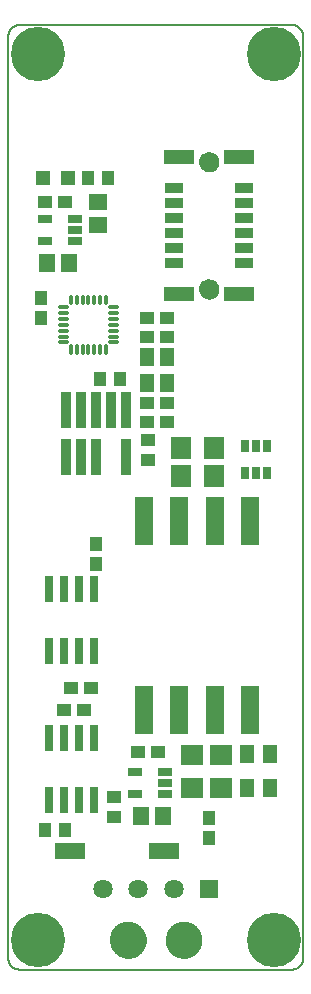
<source format=gts>
G75*
%MOIN*%
%OFA0B0*%
%FSLAX25Y25*%
%IPPOS*%
%LPD*%
%AMOC8*
5,1,8,0,0,1.08239X$1,22.5*
%
%ADD10C,0.00500*%
%ADD11C,0.18117*%
%ADD12C,0.00000*%
%ADD13C,0.06699*%
%ADD14R,0.06306X0.03550*%
%ADD15R,0.10243X0.05124*%
%ADD16R,0.06424X0.06424*%
%ADD17C,0.06424*%
%ADD18C,0.12211*%
%ADD19C,0.01384*%
%ADD20R,0.04731X0.04337*%
%ADD21R,0.05518X0.06306*%
%ADD22R,0.04337X0.04731*%
%ADD23R,0.05124X0.02565*%
%ADD24R,0.06306X0.05518*%
%ADD25R,0.03550X0.12211*%
%ADD26R,0.05124X0.05912*%
%ADD27R,0.06306X0.16148*%
%ADD28R,0.02762X0.09061*%
%ADD29R,0.07487X0.06699*%
%ADD30R,0.05124X0.06306*%
%ADD31R,0.06699X0.07487*%
%ADD32R,0.02762X0.03943*%
%ADD33R,0.05124X0.05124*%
%ADD34R,0.10400X0.05400*%
D10*
X0005000Y0013705D02*
X0005000Y0320791D01*
X0005002Y0320915D01*
X0005008Y0321038D01*
X0005017Y0321162D01*
X0005031Y0321284D01*
X0005048Y0321407D01*
X0005070Y0321529D01*
X0005095Y0321650D01*
X0005124Y0321770D01*
X0005156Y0321889D01*
X0005193Y0322008D01*
X0005233Y0322125D01*
X0005276Y0322240D01*
X0005324Y0322355D01*
X0005375Y0322467D01*
X0005429Y0322578D01*
X0005487Y0322688D01*
X0005548Y0322795D01*
X0005613Y0322901D01*
X0005681Y0323004D01*
X0005752Y0323105D01*
X0005826Y0323204D01*
X0005903Y0323301D01*
X0005984Y0323395D01*
X0006067Y0323486D01*
X0006153Y0323575D01*
X0006242Y0323661D01*
X0006333Y0323744D01*
X0006427Y0323825D01*
X0006524Y0323902D01*
X0006623Y0323976D01*
X0006724Y0324047D01*
X0006827Y0324115D01*
X0006933Y0324180D01*
X0007040Y0324241D01*
X0007150Y0324299D01*
X0007261Y0324353D01*
X0007373Y0324404D01*
X0007488Y0324452D01*
X0007603Y0324495D01*
X0007720Y0324535D01*
X0007839Y0324572D01*
X0007958Y0324604D01*
X0008078Y0324633D01*
X0008199Y0324658D01*
X0008321Y0324680D01*
X0008444Y0324697D01*
X0008566Y0324711D01*
X0008690Y0324720D01*
X0008813Y0324726D01*
X0008937Y0324728D01*
X0099488Y0324728D01*
X0099612Y0324726D01*
X0099735Y0324720D01*
X0099859Y0324711D01*
X0099981Y0324697D01*
X0100104Y0324680D01*
X0100226Y0324658D01*
X0100347Y0324633D01*
X0100467Y0324604D01*
X0100586Y0324572D01*
X0100705Y0324535D01*
X0100822Y0324495D01*
X0100937Y0324452D01*
X0101052Y0324404D01*
X0101164Y0324353D01*
X0101275Y0324299D01*
X0101385Y0324241D01*
X0101492Y0324180D01*
X0101598Y0324115D01*
X0101701Y0324047D01*
X0101802Y0323976D01*
X0101901Y0323902D01*
X0101998Y0323825D01*
X0102092Y0323744D01*
X0102183Y0323661D01*
X0102272Y0323575D01*
X0102358Y0323486D01*
X0102441Y0323395D01*
X0102522Y0323301D01*
X0102599Y0323204D01*
X0102673Y0323105D01*
X0102744Y0323004D01*
X0102812Y0322901D01*
X0102877Y0322795D01*
X0102938Y0322688D01*
X0102996Y0322578D01*
X0103050Y0322467D01*
X0103101Y0322355D01*
X0103149Y0322240D01*
X0103192Y0322125D01*
X0103232Y0322008D01*
X0103269Y0321889D01*
X0103301Y0321770D01*
X0103330Y0321650D01*
X0103355Y0321529D01*
X0103377Y0321407D01*
X0103394Y0321284D01*
X0103408Y0321162D01*
X0103417Y0321038D01*
X0103423Y0320915D01*
X0103425Y0320791D01*
X0103425Y0013705D01*
X0103423Y0013581D01*
X0103417Y0013458D01*
X0103408Y0013334D01*
X0103394Y0013212D01*
X0103377Y0013089D01*
X0103355Y0012967D01*
X0103330Y0012846D01*
X0103301Y0012726D01*
X0103269Y0012607D01*
X0103232Y0012488D01*
X0103192Y0012371D01*
X0103149Y0012256D01*
X0103101Y0012141D01*
X0103050Y0012029D01*
X0102996Y0011918D01*
X0102938Y0011808D01*
X0102877Y0011701D01*
X0102812Y0011595D01*
X0102744Y0011492D01*
X0102673Y0011391D01*
X0102599Y0011292D01*
X0102522Y0011195D01*
X0102441Y0011101D01*
X0102358Y0011010D01*
X0102272Y0010921D01*
X0102183Y0010835D01*
X0102092Y0010752D01*
X0101998Y0010671D01*
X0101901Y0010594D01*
X0101802Y0010520D01*
X0101701Y0010449D01*
X0101598Y0010381D01*
X0101492Y0010316D01*
X0101385Y0010255D01*
X0101275Y0010197D01*
X0101164Y0010143D01*
X0101052Y0010092D01*
X0100937Y0010044D01*
X0100822Y0010001D01*
X0100705Y0009961D01*
X0100586Y0009924D01*
X0100467Y0009892D01*
X0100347Y0009863D01*
X0100226Y0009838D01*
X0100104Y0009816D01*
X0099981Y0009799D01*
X0099859Y0009785D01*
X0099735Y0009776D01*
X0099612Y0009770D01*
X0099488Y0009768D01*
X0008937Y0009768D01*
X0008813Y0009770D01*
X0008690Y0009776D01*
X0008566Y0009785D01*
X0008444Y0009799D01*
X0008321Y0009816D01*
X0008199Y0009838D01*
X0008078Y0009863D01*
X0007958Y0009892D01*
X0007839Y0009924D01*
X0007720Y0009961D01*
X0007603Y0010001D01*
X0007488Y0010044D01*
X0007373Y0010092D01*
X0007261Y0010143D01*
X0007150Y0010197D01*
X0007040Y0010255D01*
X0006933Y0010316D01*
X0006827Y0010381D01*
X0006724Y0010449D01*
X0006623Y0010520D01*
X0006524Y0010594D01*
X0006427Y0010671D01*
X0006333Y0010752D01*
X0006242Y0010835D01*
X0006153Y0010921D01*
X0006067Y0011010D01*
X0005984Y0011101D01*
X0005903Y0011195D01*
X0005826Y0011292D01*
X0005752Y0011391D01*
X0005681Y0011492D01*
X0005613Y0011595D01*
X0005548Y0011701D01*
X0005487Y0011808D01*
X0005429Y0011918D01*
X0005375Y0012029D01*
X0005324Y0012141D01*
X0005276Y0012256D01*
X0005233Y0012371D01*
X0005193Y0012488D01*
X0005156Y0012607D01*
X0005124Y0012726D01*
X0005095Y0012846D01*
X0005070Y0012967D01*
X0005048Y0013089D01*
X0005031Y0013212D01*
X0005017Y0013334D01*
X0005008Y0013458D01*
X0005002Y0013581D01*
X0005000Y0013705D01*
D11*
X0014843Y0019610D03*
X0093583Y0019610D03*
X0093583Y0314886D03*
X0014843Y0314886D03*
D12*
X0068779Y0279000D02*
X0068781Y0279112D01*
X0068787Y0279223D01*
X0068797Y0279335D01*
X0068811Y0279446D01*
X0068828Y0279556D01*
X0068850Y0279666D01*
X0068876Y0279775D01*
X0068905Y0279883D01*
X0068938Y0279989D01*
X0068975Y0280095D01*
X0069016Y0280199D01*
X0069061Y0280302D01*
X0069109Y0280403D01*
X0069160Y0280502D01*
X0069215Y0280599D01*
X0069274Y0280694D01*
X0069335Y0280788D01*
X0069400Y0280879D01*
X0069469Y0280967D01*
X0069540Y0281053D01*
X0069614Y0281137D01*
X0069692Y0281217D01*
X0069772Y0281295D01*
X0069855Y0281371D01*
X0069940Y0281443D01*
X0070028Y0281512D01*
X0070118Y0281578D01*
X0070211Y0281640D01*
X0070306Y0281700D01*
X0070403Y0281756D01*
X0070501Y0281808D01*
X0070602Y0281857D01*
X0070704Y0281902D01*
X0070808Y0281944D01*
X0070913Y0281982D01*
X0071020Y0282016D01*
X0071127Y0282046D01*
X0071236Y0282073D01*
X0071345Y0282095D01*
X0071456Y0282114D01*
X0071566Y0282129D01*
X0071678Y0282140D01*
X0071789Y0282147D01*
X0071901Y0282150D01*
X0072013Y0282149D01*
X0072125Y0282144D01*
X0072236Y0282135D01*
X0072347Y0282122D01*
X0072458Y0282105D01*
X0072568Y0282085D01*
X0072677Y0282060D01*
X0072785Y0282032D01*
X0072892Y0281999D01*
X0072998Y0281963D01*
X0073102Y0281923D01*
X0073205Y0281880D01*
X0073307Y0281833D01*
X0073406Y0281782D01*
X0073504Y0281728D01*
X0073600Y0281670D01*
X0073694Y0281609D01*
X0073785Y0281545D01*
X0073874Y0281478D01*
X0073961Y0281407D01*
X0074045Y0281333D01*
X0074127Y0281257D01*
X0074205Y0281177D01*
X0074281Y0281095D01*
X0074354Y0281010D01*
X0074424Y0280923D01*
X0074490Y0280833D01*
X0074554Y0280741D01*
X0074614Y0280647D01*
X0074671Y0280551D01*
X0074724Y0280452D01*
X0074774Y0280352D01*
X0074820Y0280251D01*
X0074863Y0280147D01*
X0074902Y0280042D01*
X0074937Y0279936D01*
X0074968Y0279829D01*
X0074996Y0279720D01*
X0075019Y0279611D01*
X0075039Y0279501D01*
X0075055Y0279390D01*
X0075067Y0279279D01*
X0075075Y0279168D01*
X0075079Y0279056D01*
X0075079Y0278944D01*
X0075075Y0278832D01*
X0075067Y0278721D01*
X0075055Y0278610D01*
X0075039Y0278499D01*
X0075019Y0278389D01*
X0074996Y0278280D01*
X0074968Y0278171D01*
X0074937Y0278064D01*
X0074902Y0277958D01*
X0074863Y0277853D01*
X0074820Y0277749D01*
X0074774Y0277648D01*
X0074724Y0277548D01*
X0074671Y0277449D01*
X0074614Y0277353D01*
X0074554Y0277259D01*
X0074490Y0277167D01*
X0074424Y0277077D01*
X0074354Y0276990D01*
X0074281Y0276905D01*
X0074205Y0276823D01*
X0074127Y0276743D01*
X0074045Y0276667D01*
X0073961Y0276593D01*
X0073874Y0276522D01*
X0073785Y0276455D01*
X0073694Y0276391D01*
X0073600Y0276330D01*
X0073504Y0276272D01*
X0073406Y0276218D01*
X0073307Y0276167D01*
X0073205Y0276120D01*
X0073102Y0276077D01*
X0072998Y0276037D01*
X0072892Y0276001D01*
X0072785Y0275968D01*
X0072677Y0275940D01*
X0072568Y0275915D01*
X0072458Y0275895D01*
X0072347Y0275878D01*
X0072236Y0275865D01*
X0072125Y0275856D01*
X0072013Y0275851D01*
X0071901Y0275850D01*
X0071789Y0275853D01*
X0071678Y0275860D01*
X0071566Y0275871D01*
X0071456Y0275886D01*
X0071345Y0275905D01*
X0071236Y0275927D01*
X0071127Y0275954D01*
X0071020Y0275984D01*
X0070913Y0276018D01*
X0070808Y0276056D01*
X0070704Y0276098D01*
X0070602Y0276143D01*
X0070501Y0276192D01*
X0070403Y0276244D01*
X0070306Y0276300D01*
X0070211Y0276360D01*
X0070118Y0276422D01*
X0070028Y0276488D01*
X0069940Y0276557D01*
X0069855Y0276629D01*
X0069772Y0276705D01*
X0069692Y0276783D01*
X0069614Y0276863D01*
X0069540Y0276947D01*
X0069469Y0277033D01*
X0069400Y0277121D01*
X0069335Y0277212D01*
X0069274Y0277306D01*
X0069215Y0277401D01*
X0069160Y0277498D01*
X0069109Y0277597D01*
X0069061Y0277698D01*
X0069016Y0277801D01*
X0068975Y0277905D01*
X0068938Y0278011D01*
X0068905Y0278117D01*
X0068876Y0278225D01*
X0068850Y0278334D01*
X0068828Y0278444D01*
X0068811Y0278554D01*
X0068797Y0278665D01*
X0068787Y0278777D01*
X0068781Y0278888D01*
X0068779Y0279000D01*
X0068781Y0279112D01*
X0068787Y0279223D01*
X0068797Y0279335D01*
X0068811Y0279446D01*
X0068828Y0279556D01*
X0068850Y0279666D01*
X0068876Y0279775D01*
X0068905Y0279883D01*
X0068938Y0279989D01*
X0068975Y0280095D01*
X0069016Y0280199D01*
X0069061Y0280302D01*
X0069109Y0280403D01*
X0069160Y0280502D01*
X0069215Y0280599D01*
X0069274Y0280694D01*
X0069335Y0280788D01*
X0069400Y0280879D01*
X0069469Y0280967D01*
X0069540Y0281053D01*
X0069614Y0281137D01*
X0069692Y0281217D01*
X0069772Y0281295D01*
X0069855Y0281371D01*
X0069940Y0281443D01*
X0070028Y0281512D01*
X0070118Y0281578D01*
X0070211Y0281640D01*
X0070306Y0281700D01*
X0070403Y0281756D01*
X0070501Y0281808D01*
X0070602Y0281857D01*
X0070704Y0281902D01*
X0070808Y0281944D01*
X0070913Y0281982D01*
X0071020Y0282016D01*
X0071127Y0282046D01*
X0071236Y0282073D01*
X0071345Y0282095D01*
X0071456Y0282114D01*
X0071566Y0282129D01*
X0071678Y0282140D01*
X0071789Y0282147D01*
X0071901Y0282150D01*
X0072013Y0282149D01*
X0072125Y0282144D01*
X0072236Y0282135D01*
X0072347Y0282122D01*
X0072458Y0282105D01*
X0072568Y0282085D01*
X0072677Y0282060D01*
X0072785Y0282032D01*
X0072892Y0281999D01*
X0072998Y0281963D01*
X0073102Y0281923D01*
X0073205Y0281880D01*
X0073307Y0281833D01*
X0073406Y0281782D01*
X0073504Y0281728D01*
X0073600Y0281670D01*
X0073694Y0281609D01*
X0073785Y0281545D01*
X0073874Y0281478D01*
X0073961Y0281407D01*
X0074045Y0281333D01*
X0074127Y0281257D01*
X0074205Y0281177D01*
X0074281Y0281095D01*
X0074354Y0281010D01*
X0074424Y0280923D01*
X0074490Y0280833D01*
X0074554Y0280741D01*
X0074614Y0280647D01*
X0074671Y0280551D01*
X0074724Y0280452D01*
X0074774Y0280352D01*
X0074820Y0280251D01*
X0074863Y0280147D01*
X0074902Y0280042D01*
X0074937Y0279936D01*
X0074968Y0279829D01*
X0074996Y0279720D01*
X0075019Y0279611D01*
X0075039Y0279501D01*
X0075055Y0279390D01*
X0075067Y0279279D01*
X0075075Y0279168D01*
X0075079Y0279056D01*
X0075079Y0278944D01*
X0075075Y0278832D01*
X0075067Y0278721D01*
X0075055Y0278610D01*
X0075039Y0278499D01*
X0075019Y0278389D01*
X0074996Y0278280D01*
X0074968Y0278171D01*
X0074937Y0278064D01*
X0074902Y0277958D01*
X0074863Y0277853D01*
X0074820Y0277749D01*
X0074774Y0277648D01*
X0074724Y0277548D01*
X0074671Y0277449D01*
X0074614Y0277353D01*
X0074554Y0277259D01*
X0074490Y0277167D01*
X0074424Y0277077D01*
X0074354Y0276990D01*
X0074281Y0276905D01*
X0074205Y0276823D01*
X0074127Y0276743D01*
X0074045Y0276667D01*
X0073961Y0276593D01*
X0073874Y0276522D01*
X0073785Y0276455D01*
X0073694Y0276391D01*
X0073600Y0276330D01*
X0073504Y0276272D01*
X0073406Y0276218D01*
X0073307Y0276167D01*
X0073205Y0276120D01*
X0073102Y0276077D01*
X0072998Y0276037D01*
X0072892Y0276001D01*
X0072785Y0275968D01*
X0072677Y0275940D01*
X0072568Y0275915D01*
X0072458Y0275895D01*
X0072347Y0275878D01*
X0072236Y0275865D01*
X0072125Y0275856D01*
X0072013Y0275851D01*
X0071901Y0275850D01*
X0071789Y0275853D01*
X0071678Y0275860D01*
X0071566Y0275871D01*
X0071456Y0275886D01*
X0071345Y0275905D01*
X0071236Y0275927D01*
X0071127Y0275954D01*
X0071020Y0275984D01*
X0070913Y0276018D01*
X0070808Y0276056D01*
X0070704Y0276098D01*
X0070602Y0276143D01*
X0070501Y0276192D01*
X0070403Y0276244D01*
X0070306Y0276300D01*
X0070211Y0276360D01*
X0070118Y0276422D01*
X0070028Y0276488D01*
X0069940Y0276557D01*
X0069855Y0276629D01*
X0069772Y0276705D01*
X0069692Y0276783D01*
X0069614Y0276863D01*
X0069540Y0276947D01*
X0069469Y0277033D01*
X0069400Y0277121D01*
X0069335Y0277212D01*
X0069274Y0277306D01*
X0069215Y0277401D01*
X0069160Y0277498D01*
X0069109Y0277597D01*
X0069061Y0277698D01*
X0069016Y0277801D01*
X0068975Y0277905D01*
X0068938Y0278011D01*
X0068905Y0278117D01*
X0068876Y0278225D01*
X0068850Y0278334D01*
X0068828Y0278444D01*
X0068811Y0278554D01*
X0068797Y0278665D01*
X0068787Y0278777D01*
X0068781Y0278888D01*
X0068779Y0279000D01*
X0068779Y0236598D02*
X0068781Y0236710D01*
X0068787Y0236821D01*
X0068797Y0236933D01*
X0068811Y0237044D01*
X0068828Y0237154D01*
X0068850Y0237264D01*
X0068876Y0237373D01*
X0068905Y0237481D01*
X0068938Y0237587D01*
X0068975Y0237693D01*
X0069016Y0237797D01*
X0069061Y0237900D01*
X0069109Y0238001D01*
X0069160Y0238100D01*
X0069215Y0238197D01*
X0069274Y0238292D01*
X0069335Y0238386D01*
X0069400Y0238477D01*
X0069469Y0238565D01*
X0069540Y0238651D01*
X0069614Y0238735D01*
X0069692Y0238815D01*
X0069772Y0238893D01*
X0069855Y0238969D01*
X0069940Y0239041D01*
X0070028Y0239110D01*
X0070118Y0239176D01*
X0070211Y0239238D01*
X0070306Y0239298D01*
X0070403Y0239354D01*
X0070501Y0239406D01*
X0070602Y0239455D01*
X0070704Y0239500D01*
X0070808Y0239542D01*
X0070913Y0239580D01*
X0071020Y0239614D01*
X0071127Y0239644D01*
X0071236Y0239671D01*
X0071345Y0239693D01*
X0071456Y0239712D01*
X0071566Y0239727D01*
X0071678Y0239738D01*
X0071789Y0239745D01*
X0071901Y0239748D01*
X0072013Y0239747D01*
X0072125Y0239742D01*
X0072236Y0239733D01*
X0072347Y0239720D01*
X0072458Y0239703D01*
X0072568Y0239683D01*
X0072677Y0239658D01*
X0072785Y0239630D01*
X0072892Y0239597D01*
X0072998Y0239561D01*
X0073102Y0239521D01*
X0073205Y0239478D01*
X0073307Y0239431D01*
X0073406Y0239380D01*
X0073504Y0239326D01*
X0073600Y0239268D01*
X0073694Y0239207D01*
X0073785Y0239143D01*
X0073874Y0239076D01*
X0073961Y0239005D01*
X0074045Y0238931D01*
X0074127Y0238855D01*
X0074205Y0238775D01*
X0074281Y0238693D01*
X0074354Y0238608D01*
X0074424Y0238521D01*
X0074490Y0238431D01*
X0074554Y0238339D01*
X0074614Y0238245D01*
X0074671Y0238149D01*
X0074724Y0238050D01*
X0074774Y0237950D01*
X0074820Y0237849D01*
X0074863Y0237745D01*
X0074902Y0237640D01*
X0074937Y0237534D01*
X0074968Y0237427D01*
X0074996Y0237318D01*
X0075019Y0237209D01*
X0075039Y0237099D01*
X0075055Y0236988D01*
X0075067Y0236877D01*
X0075075Y0236766D01*
X0075079Y0236654D01*
X0075079Y0236542D01*
X0075075Y0236430D01*
X0075067Y0236319D01*
X0075055Y0236208D01*
X0075039Y0236097D01*
X0075019Y0235987D01*
X0074996Y0235878D01*
X0074968Y0235769D01*
X0074937Y0235662D01*
X0074902Y0235556D01*
X0074863Y0235451D01*
X0074820Y0235347D01*
X0074774Y0235246D01*
X0074724Y0235146D01*
X0074671Y0235047D01*
X0074614Y0234951D01*
X0074554Y0234857D01*
X0074490Y0234765D01*
X0074424Y0234675D01*
X0074354Y0234588D01*
X0074281Y0234503D01*
X0074205Y0234421D01*
X0074127Y0234341D01*
X0074045Y0234265D01*
X0073961Y0234191D01*
X0073874Y0234120D01*
X0073785Y0234053D01*
X0073694Y0233989D01*
X0073600Y0233928D01*
X0073504Y0233870D01*
X0073406Y0233816D01*
X0073307Y0233765D01*
X0073205Y0233718D01*
X0073102Y0233675D01*
X0072998Y0233635D01*
X0072892Y0233599D01*
X0072785Y0233566D01*
X0072677Y0233538D01*
X0072568Y0233513D01*
X0072458Y0233493D01*
X0072347Y0233476D01*
X0072236Y0233463D01*
X0072125Y0233454D01*
X0072013Y0233449D01*
X0071901Y0233448D01*
X0071789Y0233451D01*
X0071678Y0233458D01*
X0071566Y0233469D01*
X0071456Y0233484D01*
X0071345Y0233503D01*
X0071236Y0233525D01*
X0071127Y0233552D01*
X0071020Y0233582D01*
X0070913Y0233616D01*
X0070808Y0233654D01*
X0070704Y0233696D01*
X0070602Y0233741D01*
X0070501Y0233790D01*
X0070403Y0233842D01*
X0070306Y0233898D01*
X0070211Y0233958D01*
X0070118Y0234020D01*
X0070028Y0234086D01*
X0069940Y0234155D01*
X0069855Y0234227D01*
X0069772Y0234303D01*
X0069692Y0234381D01*
X0069614Y0234461D01*
X0069540Y0234545D01*
X0069469Y0234631D01*
X0069400Y0234719D01*
X0069335Y0234810D01*
X0069274Y0234904D01*
X0069215Y0234999D01*
X0069160Y0235096D01*
X0069109Y0235195D01*
X0069061Y0235296D01*
X0069016Y0235399D01*
X0068975Y0235503D01*
X0068938Y0235609D01*
X0068905Y0235715D01*
X0068876Y0235823D01*
X0068850Y0235932D01*
X0068828Y0236042D01*
X0068811Y0236152D01*
X0068797Y0236263D01*
X0068787Y0236375D01*
X0068781Y0236486D01*
X0068779Y0236598D01*
X0068781Y0236710D01*
X0068787Y0236821D01*
X0068797Y0236933D01*
X0068811Y0237044D01*
X0068828Y0237154D01*
X0068850Y0237264D01*
X0068876Y0237373D01*
X0068905Y0237481D01*
X0068938Y0237587D01*
X0068975Y0237693D01*
X0069016Y0237797D01*
X0069061Y0237900D01*
X0069109Y0238001D01*
X0069160Y0238100D01*
X0069215Y0238197D01*
X0069274Y0238292D01*
X0069335Y0238386D01*
X0069400Y0238477D01*
X0069469Y0238565D01*
X0069540Y0238651D01*
X0069614Y0238735D01*
X0069692Y0238815D01*
X0069772Y0238893D01*
X0069855Y0238969D01*
X0069940Y0239041D01*
X0070028Y0239110D01*
X0070118Y0239176D01*
X0070211Y0239238D01*
X0070306Y0239298D01*
X0070403Y0239354D01*
X0070501Y0239406D01*
X0070602Y0239455D01*
X0070704Y0239500D01*
X0070808Y0239542D01*
X0070913Y0239580D01*
X0071020Y0239614D01*
X0071127Y0239644D01*
X0071236Y0239671D01*
X0071345Y0239693D01*
X0071456Y0239712D01*
X0071566Y0239727D01*
X0071678Y0239738D01*
X0071789Y0239745D01*
X0071901Y0239748D01*
X0072013Y0239747D01*
X0072125Y0239742D01*
X0072236Y0239733D01*
X0072347Y0239720D01*
X0072458Y0239703D01*
X0072568Y0239683D01*
X0072677Y0239658D01*
X0072785Y0239630D01*
X0072892Y0239597D01*
X0072998Y0239561D01*
X0073102Y0239521D01*
X0073205Y0239478D01*
X0073307Y0239431D01*
X0073406Y0239380D01*
X0073504Y0239326D01*
X0073600Y0239268D01*
X0073694Y0239207D01*
X0073785Y0239143D01*
X0073874Y0239076D01*
X0073961Y0239005D01*
X0074045Y0238931D01*
X0074127Y0238855D01*
X0074205Y0238775D01*
X0074281Y0238693D01*
X0074354Y0238608D01*
X0074424Y0238521D01*
X0074490Y0238431D01*
X0074554Y0238339D01*
X0074614Y0238245D01*
X0074671Y0238149D01*
X0074724Y0238050D01*
X0074774Y0237950D01*
X0074820Y0237849D01*
X0074863Y0237745D01*
X0074902Y0237640D01*
X0074937Y0237534D01*
X0074968Y0237427D01*
X0074996Y0237318D01*
X0075019Y0237209D01*
X0075039Y0237099D01*
X0075055Y0236988D01*
X0075067Y0236877D01*
X0075075Y0236766D01*
X0075079Y0236654D01*
X0075079Y0236542D01*
X0075075Y0236430D01*
X0075067Y0236319D01*
X0075055Y0236208D01*
X0075039Y0236097D01*
X0075019Y0235987D01*
X0074996Y0235878D01*
X0074968Y0235769D01*
X0074937Y0235662D01*
X0074902Y0235556D01*
X0074863Y0235451D01*
X0074820Y0235347D01*
X0074774Y0235246D01*
X0074724Y0235146D01*
X0074671Y0235047D01*
X0074614Y0234951D01*
X0074554Y0234857D01*
X0074490Y0234765D01*
X0074424Y0234675D01*
X0074354Y0234588D01*
X0074281Y0234503D01*
X0074205Y0234421D01*
X0074127Y0234341D01*
X0074045Y0234265D01*
X0073961Y0234191D01*
X0073874Y0234120D01*
X0073785Y0234053D01*
X0073694Y0233989D01*
X0073600Y0233928D01*
X0073504Y0233870D01*
X0073406Y0233816D01*
X0073307Y0233765D01*
X0073205Y0233718D01*
X0073102Y0233675D01*
X0072998Y0233635D01*
X0072892Y0233599D01*
X0072785Y0233566D01*
X0072677Y0233538D01*
X0072568Y0233513D01*
X0072458Y0233493D01*
X0072347Y0233476D01*
X0072236Y0233463D01*
X0072125Y0233454D01*
X0072013Y0233449D01*
X0071901Y0233448D01*
X0071789Y0233451D01*
X0071678Y0233458D01*
X0071566Y0233469D01*
X0071456Y0233484D01*
X0071345Y0233503D01*
X0071236Y0233525D01*
X0071127Y0233552D01*
X0071020Y0233582D01*
X0070913Y0233616D01*
X0070808Y0233654D01*
X0070704Y0233696D01*
X0070602Y0233741D01*
X0070501Y0233790D01*
X0070403Y0233842D01*
X0070306Y0233898D01*
X0070211Y0233958D01*
X0070118Y0234020D01*
X0070028Y0234086D01*
X0069940Y0234155D01*
X0069855Y0234227D01*
X0069772Y0234303D01*
X0069692Y0234381D01*
X0069614Y0234461D01*
X0069540Y0234545D01*
X0069469Y0234631D01*
X0069400Y0234719D01*
X0069335Y0234810D01*
X0069274Y0234904D01*
X0069215Y0234999D01*
X0069160Y0235096D01*
X0069109Y0235195D01*
X0069061Y0235296D01*
X0069016Y0235399D01*
X0068975Y0235503D01*
X0068938Y0235609D01*
X0068905Y0235715D01*
X0068876Y0235823D01*
X0068850Y0235932D01*
X0068828Y0236042D01*
X0068811Y0236152D01*
X0068797Y0236263D01*
X0068787Y0236375D01*
X0068781Y0236486D01*
X0068779Y0236598D01*
X0057559Y0019610D02*
X0057561Y0019763D01*
X0057567Y0019917D01*
X0057577Y0020070D01*
X0057591Y0020222D01*
X0057609Y0020375D01*
X0057631Y0020526D01*
X0057656Y0020677D01*
X0057686Y0020828D01*
X0057720Y0020978D01*
X0057757Y0021126D01*
X0057798Y0021274D01*
X0057843Y0021420D01*
X0057892Y0021566D01*
X0057945Y0021710D01*
X0058001Y0021852D01*
X0058061Y0021993D01*
X0058125Y0022133D01*
X0058192Y0022271D01*
X0058263Y0022407D01*
X0058338Y0022541D01*
X0058415Y0022673D01*
X0058497Y0022803D01*
X0058581Y0022931D01*
X0058669Y0023057D01*
X0058760Y0023180D01*
X0058854Y0023301D01*
X0058952Y0023419D01*
X0059052Y0023535D01*
X0059156Y0023648D01*
X0059262Y0023759D01*
X0059371Y0023867D01*
X0059483Y0023972D01*
X0059597Y0024073D01*
X0059715Y0024172D01*
X0059834Y0024268D01*
X0059956Y0024361D01*
X0060081Y0024450D01*
X0060208Y0024537D01*
X0060337Y0024619D01*
X0060468Y0024699D01*
X0060601Y0024775D01*
X0060736Y0024848D01*
X0060873Y0024917D01*
X0061012Y0024982D01*
X0061152Y0025044D01*
X0061294Y0025102D01*
X0061437Y0025157D01*
X0061582Y0025208D01*
X0061728Y0025255D01*
X0061875Y0025298D01*
X0062023Y0025337D01*
X0062172Y0025373D01*
X0062322Y0025404D01*
X0062473Y0025432D01*
X0062624Y0025456D01*
X0062777Y0025476D01*
X0062929Y0025492D01*
X0063082Y0025504D01*
X0063235Y0025512D01*
X0063388Y0025516D01*
X0063542Y0025516D01*
X0063695Y0025512D01*
X0063848Y0025504D01*
X0064001Y0025492D01*
X0064153Y0025476D01*
X0064306Y0025456D01*
X0064457Y0025432D01*
X0064608Y0025404D01*
X0064758Y0025373D01*
X0064907Y0025337D01*
X0065055Y0025298D01*
X0065202Y0025255D01*
X0065348Y0025208D01*
X0065493Y0025157D01*
X0065636Y0025102D01*
X0065778Y0025044D01*
X0065918Y0024982D01*
X0066057Y0024917D01*
X0066194Y0024848D01*
X0066329Y0024775D01*
X0066462Y0024699D01*
X0066593Y0024619D01*
X0066722Y0024537D01*
X0066849Y0024450D01*
X0066974Y0024361D01*
X0067096Y0024268D01*
X0067215Y0024172D01*
X0067333Y0024073D01*
X0067447Y0023972D01*
X0067559Y0023867D01*
X0067668Y0023759D01*
X0067774Y0023648D01*
X0067878Y0023535D01*
X0067978Y0023419D01*
X0068076Y0023301D01*
X0068170Y0023180D01*
X0068261Y0023057D01*
X0068349Y0022931D01*
X0068433Y0022803D01*
X0068515Y0022673D01*
X0068592Y0022541D01*
X0068667Y0022407D01*
X0068738Y0022271D01*
X0068805Y0022133D01*
X0068869Y0021993D01*
X0068929Y0021852D01*
X0068985Y0021710D01*
X0069038Y0021566D01*
X0069087Y0021420D01*
X0069132Y0021274D01*
X0069173Y0021126D01*
X0069210Y0020978D01*
X0069244Y0020828D01*
X0069274Y0020677D01*
X0069299Y0020526D01*
X0069321Y0020375D01*
X0069339Y0020222D01*
X0069353Y0020070D01*
X0069363Y0019917D01*
X0069369Y0019763D01*
X0069371Y0019610D01*
X0069369Y0019457D01*
X0069363Y0019303D01*
X0069353Y0019150D01*
X0069339Y0018998D01*
X0069321Y0018845D01*
X0069299Y0018694D01*
X0069274Y0018543D01*
X0069244Y0018392D01*
X0069210Y0018242D01*
X0069173Y0018094D01*
X0069132Y0017946D01*
X0069087Y0017800D01*
X0069038Y0017654D01*
X0068985Y0017510D01*
X0068929Y0017368D01*
X0068869Y0017227D01*
X0068805Y0017087D01*
X0068738Y0016949D01*
X0068667Y0016813D01*
X0068592Y0016679D01*
X0068515Y0016547D01*
X0068433Y0016417D01*
X0068349Y0016289D01*
X0068261Y0016163D01*
X0068170Y0016040D01*
X0068076Y0015919D01*
X0067978Y0015801D01*
X0067878Y0015685D01*
X0067774Y0015572D01*
X0067668Y0015461D01*
X0067559Y0015353D01*
X0067447Y0015248D01*
X0067333Y0015147D01*
X0067215Y0015048D01*
X0067096Y0014952D01*
X0066974Y0014859D01*
X0066849Y0014770D01*
X0066722Y0014683D01*
X0066593Y0014601D01*
X0066462Y0014521D01*
X0066329Y0014445D01*
X0066194Y0014372D01*
X0066057Y0014303D01*
X0065918Y0014238D01*
X0065778Y0014176D01*
X0065636Y0014118D01*
X0065493Y0014063D01*
X0065348Y0014012D01*
X0065202Y0013965D01*
X0065055Y0013922D01*
X0064907Y0013883D01*
X0064758Y0013847D01*
X0064608Y0013816D01*
X0064457Y0013788D01*
X0064306Y0013764D01*
X0064153Y0013744D01*
X0064001Y0013728D01*
X0063848Y0013716D01*
X0063695Y0013708D01*
X0063542Y0013704D01*
X0063388Y0013704D01*
X0063235Y0013708D01*
X0063082Y0013716D01*
X0062929Y0013728D01*
X0062777Y0013744D01*
X0062624Y0013764D01*
X0062473Y0013788D01*
X0062322Y0013816D01*
X0062172Y0013847D01*
X0062023Y0013883D01*
X0061875Y0013922D01*
X0061728Y0013965D01*
X0061582Y0014012D01*
X0061437Y0014063D01*
X0061294Y0014118D01*
X0061152Y0014176D01*
X0061012Y0014238D01*
X0060873Y0014303D01*
X0060736Y0014372D01*
X0060601Y0014445D01*
X0060468Y0014521D01*
X0060337Y0014601D01*
X0060208Y0014683D01*
X0060081Y0014770D01*
X0059956Y0014859D01*
X0059834Y0014952D01*
X0059715Y0015048D01*
X0059597Y0015147D01*
X0059483Y0015248D01*
X0059371Y0015353D01*
X0059262Y0015461D01*
X0059156Y0015572D01*
X0059052Y0015685D01*
X0058952Y0015801D01*
X0058854Y0015919D01*
X0058760Y0016040D01*
X0058669Y0016163D01*
X0058581Y0016289D01*
X0058497Y0016417D01*
X0058415Y0016547D01*
X0058338Y0016679D01*
X0058263Y0016813D01*
X0058192Y0016949D01*
X0058125Y0017087D01*
X0058061Y0017227D01*
X0058001Y0017368D01*
X0057945Y0017510D01*
X0057892Y0017654D01*
X0057843Y0017800D01*
X0057798Y0017946D01*
X0057757Y0018094D01*
X0057720Y0018242D01*
X0057686Y0018392D01*
X0057656Y0018543D01*
X0057631Y0018694D01*
X0057609Y0018845D01*
X0057591Y0018998D01*
X0057577Y0019150D01*
X0057567Y0019303D01*
X0057561Y0019457D01*
X0057559Y0019610D01*
X0039055Y0019610D02*
X0039057Y0019763D01*
X0039063Y0019917D01*
X0039073Y0020070D01*
X0039087Y0020222D01*
X0039105Y0020375D01*
X0039127Y0020526D01*
X0039152Y0020677D01*
X0039182Y0020828D01*
X0039216Y0020978D01*
X0039253Y0021126D01*
X0039294Y0021274D01*
X0039339Y0021420D01*
X0039388Y0021566D01*
X0039441Y0021710D01*
X0039497Y0021852D01*
X0039557Y0021993D01*
X0039621Y0022133D01*
X0039688Y0022271D01*
X0039759Y0022407D01*
X0039834Y0022541D01*
X0039911Y0022673D01*
X0039993Y0022803D01*
X0040077Y0022931D01*
X0040165Y0023057D01*
X0040256Y0023180D01*
X0040350Y0023301D01*
X0040448Y0023419D01*
X0040548Y0023535D01*
X0040652Y0023648D01*
X0040758Y0023759D01*
X0040867Y0023867D01*
X0040979Y0023972D01*
X0041093Y0024073D01*
X0041211Y0024172D01*
X0041330Y0024268D01*
X0041452Y0024361D01*
X0041577Y0024450D01*
X0041704Y0024537D01*
X0041833Y0024619D01*
X0041964Y0024699D01*
X0042097Y0024775D01*
X0042232Y0024848D01*
X0042369Y0024917D01*
X0042508Y0024982D01*
X0042648Y0025044D01*
X0042790Y0025102D01*
X0042933Y0025157D01*
X0043078Y0025208D01*
X0043224Y0025255D01*
X0043371Y0025298D01*
X0043519Y0025337D01*
X0043668Y0025373D01*
X0043818Y0025404D01*
X0043969Y0025432D01*
X0044120Y0025456D01*
X0044273Y0025476D01*
X0044425Y0025492D01*
X0044578Y0025504D01*
X0044731Y0025512D01*
X0044884Y0025516D01*
X0045038Y0025516D01*
X0045191Y0025512D01*
X0045344Y0025504D01*
X0045497Y0025492D01*
X0045649Y0025476D01*
X0045802Y0025456D01*
X0045953Y0025432D01*
X0046104Y0025404D01*
X0046254Y0025373D01*
X0046403Y0025337D01*
X0046551Y0025298D01*
X0046698Y0025255D01*
X0046844Y0025208D01*
X0046989Y0025157D01*
X0047132Y0025102D01*
X0047274Y0025044D01*
X0047414Y0024982D01*
X0047553Y0024917D01*
X0047690Y0024848D01*
X0047825Y0024775D01*
X0047958Y0024699D01*
X0048089Y0024619D01*
X0048218Y0024537D01*
X0048345Y0024450D01*
X0048470Y0024361D01*
X0048592Y0024268D01*
X0048711Y0024172D01*
X0048829Y0024073D01*
X0048943Y0023972D01*
X0049055Y0023867D01*
X0049164Y0023759D01*
X0049270Y0023648D01*
X0049374Y0023535D01*
X0049474Y0023419D01*
X0049572Y0023301D01*
X0049666Y0023180D01*
X0049757Y0023057D01*
X0049845Y0022931D01*
X0049929Y0022803D01*
X0050011Y0022673D01*
X0050088Y0022541D01*
X0050163Y0022407D01*
X0050234Y0022271D01*
X0050301Y0022133D01*
X0050365Y0021993D01*
X0050425Y0021852D01*
X0050481Y0021710D01*
X0050534Y0021566D01*
X0050583Y0021420D01*
X0050628Y0021274D01*
X0050669Y0021126D01*
X0050706Y0020978D01*
X0050740Y0020828D01*
X0050770Y0020677D01*
X0050795Y0020526D01*
X0050817Y0020375D01*
X0050835Y0020222D01*
X0050849Y0020070D01*
X0050859Y0019917D01*
X0050865Y0019763D01*
X0050867Y0019610D01*
X0050865Y0019457D01*
X0050859Y0019303D01*
X0050849Y0019150D01*
X0050835Y0018998D01*
X0050817Y0018845D01*
X0050795Y0018694D01*
X0050770Y0018543D01*
X0050740Y0018392D01*
X0050706Y0018242D01*
X0050669Y0018094D01*
X0050628Y0017946D01*
X0050583Y0017800D01*
X0050534Y0017654D01*
X0050481Y0017510D01*
X0050425Y0017368D01*
X0050365Y0017227D01*
X0050301Y0017087D01*
X0050234Y0016949D01*
X0050163Y0016813D01*
X0050088Y0016679D01*
X0050011Y0016547D01*
X0049929Y0016417D01*
X0049845Y0016289D01*
X0049757Y0016163D01*
X0049666Y0016040D01*
X0049572Y0015919D01*
X0049474Y0015801D01*
X0049374Y0015685D01*
X0049270Y0015572D01*
X0049164Y0015461D01*
X0049055Y0015353D01*
X0048943Y0015248D01*
X0048829Y0015147D01*
X0048711Y0015048D01*
X0048592Y0014952D01*
X0048470Y0014859D01*
X0048345Y0014770D01*
X0048218Y0014683D01*
X0048089Y0014601D01*
X0047958Y0014521D01*
X0047825Y0014445D01*
X0047690Y0014372D01*
X0047553Y0014303D01*
X0047414Y0014238D01*
X0047274Y0014176D01*
X0047132Y0014118D01*
X0046989Y0014063D01*
X0046844Y0014012D01*
X0046698Y0013965D01*
X0046551Y0013922D01*
X0046403Y0013883D01*
X0046254Y0013847D01*
X0046104Y0013816D01*
X0045953Y0013788D01*
X0045802Y0013764D01*
X0045649Y0013744D01*
X0045497Y0013728D01*
X0045344Y0013716D01*
X0045191Y0013708D01*
X0045038Y0013704D01*
X0044884Y0013704D01*
X0044731Y0013708D01*
X0044578Y0013716D01*
X0044425Y0013728D01*
X0044273Y0013744D01*
X0044120Y0013764D01*
X0043969Y0013788D01*
X0043818Y0013816D01*
X0043668Y0013847D01*
X0043519Y0013883D01*
X0043371Y0013922D01*
X0043224Y0013965D01*
X0043078Y0014012D01*
X0042933Y0014063D01*
X0042790Y0014118D01*
X0042648Y0014176D01*
X0042508Y0014238D01*
X0042369Y0014303D01*
X0042232Y0014372D01*
X0042097Y0014445D01*
X0041964Y0014521D01*
X0041833Y0014601D01*
X0041704Y0014683D01*
X0041577Y0014770D01*
X0041452Y0014859D01*
X0041330Y0014952D01*
X0041211Y0015048D01*
X0041093Y0015147D01*
X0040979Y0015248D01*
X0040867Y0015353D01*
X0040758Y0015461D01*
X0040652Y0015572D01*
X0040548Y0015685D01*
X0040448Y0015801D01*
X0040350Y0015919D01*
X0040256Y0016040D01*
X0040165Y0016163D01*
X0040077Y0016289D01*
X0039993Y0016417D01*
X0039911Y0016547D01*
X0039834Y0016679D01*
X0039759Y0016813D01*
X0039688Y0016949D01*
X0039621Y0017087D01*
X0039557Y0017227D01*
X0039497Y0017368D01*
X0039441Y0017510D01*
X0039388Y0017654D01*
X0039339Y0017800D01*
X0039294Y0017946D01*
X0039253Y0018094D01*
X0039216Y0018242D01*
X0039182Y0018392D01*
X0039152Y0018543D01*
X0039127Y0018694D01*
X0039105Y0018845D01*
X0039087Y0018998D01*
X0039073Y0019150D01*
X0039063Y0019303D01*
X0039057Y0019457D01*
X0039055Y0019610D01*
D13*
X0071929Y0236598D03*
X0071929Y0236598D03*
X0071929Y0279000D03*
X0071929Y0279000D03*
D14*
X0083543Y0270260D03*
X0083543Y0265260D03*
X0083543Y0260260D03*
X0083543Y0255260D03*
X0083543Y0250260D03*
X0083543Y0245260D03*
X0060315Y0245260D03*
X0060315Y0250260D03*
X0060315Y0255260D03*
X0060315Y0260260D03*
X0060315Y0265260D03*
X0060315Y0270260D03*
D15*
X0061890Y0280634D03*
X0061890Y0234965D03*
X0081969Y0234965D03*
X0081969Y0280634D03*
D16*
X0071929Y0036618D03*
D17*
X0060118Y0036618D03*
X0048307Y0036618D03*
X0036496Y0036618D03*
D18*
X0044961Y0019610D03*
X0063465Y0019610D03*
D19*
X0037677Y0215378D02*
X0037677Y0217544D01*
X0035709Y0217544D02*
X0035709Y0215378D01*
X0033740Y0215378D02*
X0033740Y0217544D01*
X0031772Y0217544D02*
X0031772Y0215378D01*
X0029803Y0215378D02*
X0029803Y0217544D01*
X0027835Y0217544D02*
X0027835Y0215378D01*
X0025866Y0215378D02*
X0025866Y0217544D01*
X0024587Y0218823D02*
X0022421Y0218823D01*
X0022421Y0220791D02*
X0024587Y0220791D01*
X0024587Y0222760D02*
X0022421Y0222760D01*
X0022421Y0224728D02*
X0024587Y0224728D01*
X0024587Y0226697D02*
X0022421Y0226697D01*
X0022421Y0228665D02*
X0024587Y0228665D01*
X0024587Y0230634D02*
X0022421Y0230634D01*
X0025866Y0231913D02*
X0025866Y0234079D01*
X0027835Y0234079D02*
X0027835Y0231913D01*
X0029803Y0231913D02*
X0029803Y0234079D01*
X0031772Y0234079D02*
X0031772Y0231913D01*
X0033740Y0231913D02*
X0033740Y0234079D01*
X0035709Y0234079D02*
X0035709Y0231913D01*
X0037677Y0231913D02*
X0037677Y0234079D01*
X0038956Y0230634D02*
X0041122Y0230634D01*
X0041122Y0228665D02*
X0038956Y0228665D01*
X0038956Y0226697D02*
X0041122Y0226697D01*
X0041122Y0224728D02*
X0038956Y0224728D01*
X0038956Y0222760D02*
X0041122Y0222760D01*
X0041122Y0220791D02*
X0038956Y0220791D01*
X0038956Y0218823D02*
X0041122Y0218823D01*
D20*
X0051260Y0220791D03*
X0051260Y0227091D03*
X0057953Y0227091D03*
X0057953Y0220791D03*
X0057953Y0198744D03*
X0057953Y0192445D03*
X0051260Y0192445D03*
X0051457Y0186343D03*
X0051457Y0179650D03*
X0051260Y0198744D03*
X0024094Y0265673D03*
X0017402Y0265673D03*
X0026063Y0103469D03*
X0023701Y0096382D03*
X0030394Y0096382D03*
X0032756Y0103469D03*
X0040433Y0067445D03*
X0040433Y0060752D03*
X0048110Y0082209D03*
X0054803Y0082209D03*
D21*
X0056772Y0060949D03*
X0049291Y0060949D03*
X0025276Y0245201D03*
X0017795Y0245201D03*
D22*
X0016024Y0233587D03*
X0016024Y0226894D03*
X0031575Y0273547D03*
X0038268Y0273547D03*
X0035512Y0206618D03*
X0042205Y0206618D03*
X0034134Y0151697D03*
X0034134Y0145004D03*
X0024094Y0056224D03*
X0017402Y0056224D03*
X0071929Y0053665D03*
X0071929Y0060358D03*
D23*
X0057362Y0068232D03*
X0057362Y0071972D03*
X0057362Y0075713D03*
X0047126Y0075713D03*
X0047126Y0068232D03*
X0027441Y0252484D03*
X0027441Y0256224D03*
X0027441Y0259965D03*
X0017205Y0259965D03*
X0017205Y0252484D03*
D24*
X0034921Y0257996D03*
X0034921Y0265476D03*
D25*
X0034134Y0196382D03*
X0029134Y0196382D03*
X0024134Y0196382D03*
X0024134Y0180634D03*
X0029134Y0180634D03*
X0034134Y0180634D03*
X0039134Y0196382D03*
X0044134Y0196382D03*
X0044134Y0180634D03*
D26*
X0051260Y0205437D03*
X0051260Y0214098D03*
X0057953Y0214098D03*
X0057953Y0205437D03*
D27*
X0062087Y0159374D03*
X0073898Y0159374D03*
X0085709Y0159374D03*
X0085709Y0096382D03*
X0073898Y0096382D03*
X0062087Y0096382D03*
X0050276Y0096382D03*
X0050276Y0159374D03*
D28*
X0033760Y0136539D03*
X0028760Y0136539D03*
X0023760Y0136539D03*
X0018760Y0136539D03*
X0018760Y0116067D03*
X0023760Y0116067D03*
X0028760Y0116067D03*
X0033760Y0116067D03*
X0033760Y0086933D03*
X0028760Y0086933D03*
X0023760Y0086933D03*
X0018760Y0086933D03*
X0018760Y0066461D03*
X0023760Y0066461D03*
X0028760Y0066461D03*
X0033760Y0066461D03*
D29*
X0066417Y0070398D03*
X0066417Y0081421D03*
X0075866Y0081421D03*
X0075866Y0070398D03*
D30*
X0084528Y0070201D03*
X0084528Y0081618D03*
X0092402Y0081618D03*
X0092402Y0070201D03*
D31*
X0073504Y0174335D03*
X0073504Y0183783D03*
X0062480Y0183783D03*
X0062480Y0174335D03*
D32*
X0083937Y0175319D03*
X0083937Y0184374D03*
X0087677Y0184374D03*
X0087677Y0175319D03*
X0091417Y0175319D03*
X0091417Y0184374D03*
D33*
X0024882Y0273547D03*
X0016614Y0273547D03*
D34*
X0025472Y0049138D03*
X0056969Y0049138D03*
M02*

</source>
